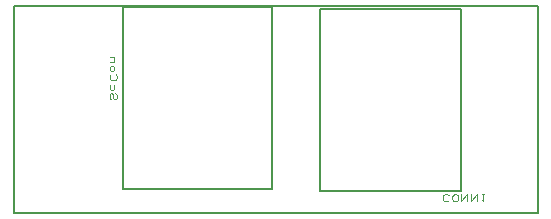
<source format=gbr>
%FSLAX23Y23*%
%MOIN*%
G04 EasyPC Gerber Version 17.0 Build 3379 *
%ADD25C,0.00197*%
%ADD22C,0.00500*%
%ADD26C,0.00800*%
X0Y0D02*
D02*
D22*
X1118Y907D02*
X1589D01*
Y301*
X1118*
Y907*
X1844Y228D02*
X98D01*
Y918*
X1844*
Y228*
D02*
D25*
X423Y607D02*
X419Y609D01*
X417Y613*
Y621*
X419Y625*
X423Y627*
X427Y625*
X429Y621*
Y613*
X431Y609*
X435Y607*
X439Y609*
X441Y613*
Y621*
X439Y625*
X435Y627*
X431Y655D02*
X433Y651D01*
Y645*
X431Y641*
X427Y639*
X423*
X419Y641*
X417Y645*
Y651*
X419Y655*
X421Y690D02*
X419Y688D01*
X417Y684*
Y678*
X419Y674*
X421Y672*
X425Y670*
X433*
X437Y672*
X439Y674*
X441Y678*
Y684*
X439Y688*
X437Y690*
X423Y702D02*
X419Y704D01*
X417Y708*
Y712*
X419Y716*
X423Y718*
X427*
X431Y716*
X433Y712*
Y708*
X431Y704*
X427Y702*
X423*
X417Y733D02*
X433D01*
X427D02*
X431Y735D01*
X433Y739*
Y743*
X431Y747*
X427Y749*
X417*
X1547Y287D02*
X1545Y289D01*
X1541Y290*
X1535*
X1531Y289*
X1529Y287*
X1527Y283*
Y275*
X1529Y271*
X1531Y269*
X1535Y267*
X1541*
X1545Y269*
X1547Y271*
X1559Y283D02*
Y275D01*
X1561Y271*
X1563Y269*
X1567Y267*
X1571*
X1575Y269*
X1577Y271*
X1578Y275*
Y283*
X1577Y287*
X1575Y289*
X1571Y290*
X1567*
X1563Y289*
X1561Y287*
X1559Y283*
X1590Y290D02*
Y267D01*
X1610Y290*
Y267*
X1622Y290D02*
Y267D01*
X1641Y290*
Y267*
X1657Y290D02*
X1665D01*
X1661D02*
Y267D01*
X1657Y271*
D02*
D26*
X461Y307D02*
Y915D01*
X959*
Y307*
X461*
X0Y0D02*
M02*

</source>
